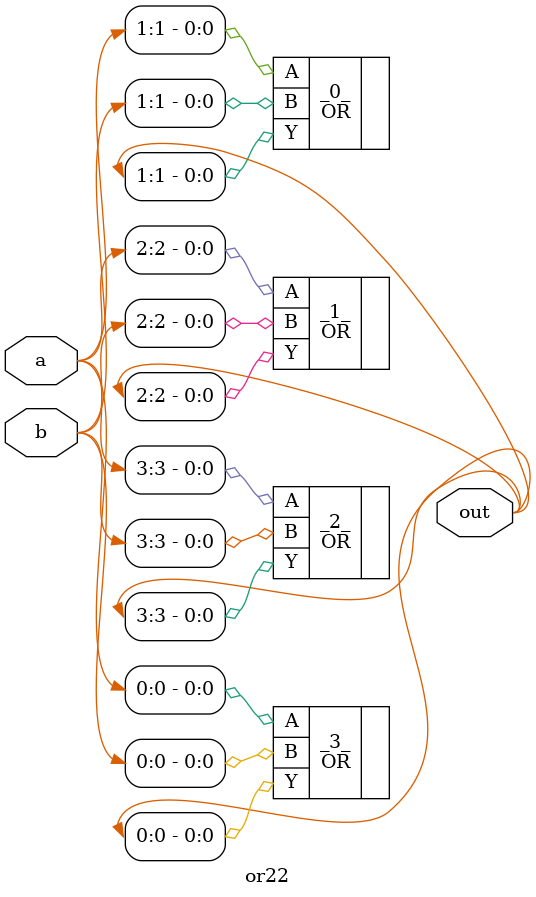
<source format=v>
/* Generated by Yosys 0.41+83 (git sha1 7045cf509, x86_64-w64-mingw32-g++ 13.2.1 -Os) */

/* cells_not_processed =  1  */
/* src = "or22.v:2.1-15.10" */
module or22(a, b, out);
  /* src = "or22.v:3.17-3.18" */
  input [3:0] a;
  wire [3:0] a;
  /* src = "or22.v:4.17-4.18" */
  input [3:0] b;
  wire [3:0] b;
  /* src = "or22.v:5.18-5.21" */
  output [3:0] out;
  wire [3:0] out;
  OR _0_ (
    .A(a[1]),
    .B(b[1]),
    .Y(out[1])
  );
  OR _1_ (
    .A(a[2]),
    .B(b[2]),
    .Y(out[2])
  );
  OR _2_ (
    .A(a[3]),
    .B(b[3]),
    .Y(out[3])
  );
  OR _3_ (
    .A(a[0]),
    .B(b[0]),
    .Y(out[0])
  );
endmodule

</source>
